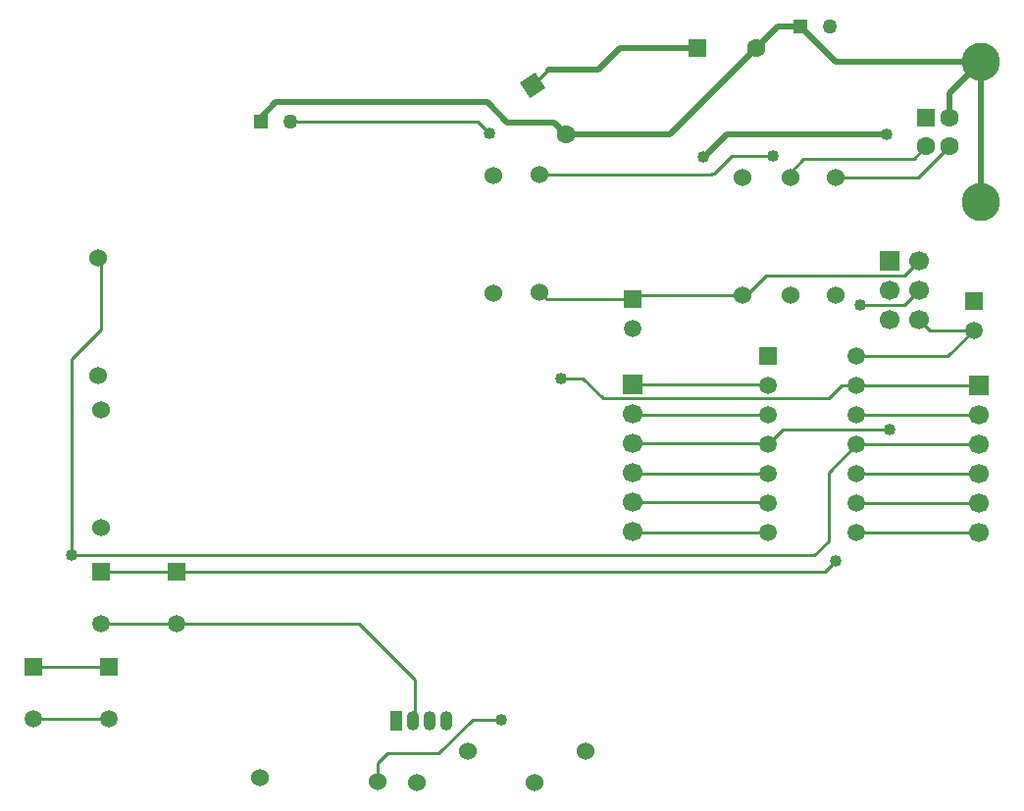
<source format=gbr>
G04 DipTrace 3.3.1.2*
G04 Bottom.gbr*
%MOIN*%
G04 #@! TF.FileFunction,Copper,L2,Bot*
G04 #@! TF.Part,Single*
%AMOUTLINE0*
4,1,4,
-0.008483,-0.043727,
-0.043727,0.008483,
0.008483,0.043727,
0.043727,-0.008483,
-0.008483,-0.043727,
0*%
G04 #@! TA.AperFunction,Conductor*
%ADD13C,0.01*%
%ADD14C,0.02*%
G04 #@! TA.AperFunction,ComponentPad*
%ADD17C,0.062992*%
%ADD18R,0.062992X0.062992*%
%ADD19C,0.05*%
%ADD20R,0.05X0.05*%
%ADD21O,0.041339X0.066929*%
%ADD22R,0.041339X0.066929*%
%ADD23R,0.059055X0.059055*%
%ADD24C,0.059055*%
%ADD25R,0.066929X0.066929*%
%ADD26C,0.066929*%
%ADD27C,0.062992*%
%ADD28C,0.129921*%
%ADD29C,0.06*%
%ADD30C,0.06*%
%ADD32C,0.059055*%
G04 #@! TA.AperFunction,ViaPad*
%ADD36C,0.04*%
G04 #@! TA.AperFunction,ComponentPad*
%ADD90OUTLINE0*%
%FSLAX26Y26*%
G04*
G70*
G90*
G75*
G01*
G04 Bottom*
%LPD*%
X2582381Y1806908D2*
D13*
X3038677D1*
X3043559Y1802026D1*
Y1702026D2*
X2587262D1*
X2582381Y1706908D1*
Y1606908D2*
X3038677D1*
X3043559Y1602026D1*
X3456005Y1652052D2*
X3093585D1*
X3043559Y1602026D1*
Y1502026D2*
X2587262D1*
X2582381Y1506908D1*
Y1406908D2*
X3038677D1*
X3043559Y1402026D1*
Y1302026D2*
X2587262D1*
X2582381Y1306908D1*
X3556005Y2127013D2*
Y2127003D1*
X3506010Y2077008D1*
X3356026D1*
X3759280Y1304381D2*
X3345913D1*
X3343559Y1302026D1*
X3759280Y1704381D2*
X3345913D1*
X3343559Y1702026D1*
X778230Y1170126D2*
X1034135D1*
X3238039D1*
X3273562Y1205648D1*
X3759280Y1604381D2*
X3345913D1*
X3343559Y1602026D1*
X546215Y846797D2*
X802121D1*
X678201Y1225524D2*
Y1893374D1*
X776459Y1991633D1*
Y2227648D1*
X768646Y2235462D1*
X678201Y1225524D2*
X3201892D1*
X3248820Y1272451D1*
Y1507287D1*
X3343559Y1602026D1*
Y1402026D2*
X3756925D1*
X3759280Y1404381D1*
X3343559Y1802026D2*
X3756925D1*
X3759280Y1804381D1*
X3343559Y1802026D2*
X3293833D1*
X3250098Y1758291D1*
X2482373D1*
X2412621Y1828043D1*
X2339433D1*
X802121Y669631D2*
X546215D1*
X778230Y992961D2*
X1034135D1*
X1653982D1*
X1845043Y801899D1*
Y670102D1*
X1837348Y662407D1*
X2583402Y2095776D2*
X2294205D1*
X2268697Y2121283D1*
X2958630Y2110008D2*
X2597634D1*
X2583402Y2095776D1*
X2802664Y2948499D2*
D14*
X2539134D1*
X2466084Y2875449D1*
X2297054D1*
D13*
X2243938Y2822332D1*
X2958630Y2110008D2*
X2970320D1*
X3037310Y2176997D1*
X3505990D1*
X3556005Y2227013D1*
X3343559Y1902026D2*
X3654560D1*
X3742146Y1989612D1*
X3766891Y2901976D2*
D14*
Y2427961D1*
X3660198Y2714181D2*
Y2795283D1*
X3766891Y2901976D1*
X3274843D1*
X3154762Y3022056D1*
X3076222D1*
X3002664Y2948499D1*
X2355836Y2656566D2*
X2710731D1*
X3002664Y2948499D1*
X1319734Y2698675D2*
Y2714177D1*
X1370528Y2764971D1*
X2089705D1*
X2158329Y2696346D1*
X2316055D1*
X2355836Y2656566D1*
X3742146Y1989612D2*
D13*
X3593407D1*
X3556005Y2027013D1*
X2268697Y2521283D2*
X2851963D1*
X2854165Y2523486D1*
X2858853D1*
X2920163Y2584795D1*
X3061731D1*
X1419734Y2698675D2*
X2055617D1*
X2095894Y2658398D1*
X3118954Y2511514D2*
X3103105D1*
X3165428Y2573837D1*
X3539539D1*
X3581458Y2615756D1*
X3273685Y2510887D2*
X3555329D1*
X3660198Y2615756D1*
X2823121Y2579235D2*
D14*
X2827769D1*
X2905303Y2656769D1*
X3447551D1*
X3343559Y1502026D2*
D13*
X3756925D1*
X3759280Y1504381D1*
X2135516Y667706D2*
X2040465D1*
X1924927Y552168D1*
X1749945D1*
X1718525Y520748D1*
Y457793D1*
D36*
X3456005Y1652052D3*
X3356026Y2077008D3*
X3273562Y1205648D3*
X678201Y1225524D3*
D3*
X2339433Y1828043D3*
X3061731Y2584795D3*
X2095894Y2658398D3*
X2823121Y2579235D3*
X3447551Y2656769D3*
X2135516Y667706D3*
D17*
X2355836Y2656566D3*
D90*
X2243938Y2822332D3*
D17*
X3002664Y2948499D3*
D18*
X2802664D3*
D19*
X3254762Y3022056D3*
D20*
X3154762D3*
D19*
X1419734Y2698675D3*
D20*
X1319734D3*
D21*
X1949848Y662407D3*
X1837348D3*
D22*
X1781098D3*
D21*
X1893598D3*
D23*
X2583402Y2095776D3*
D24*
Y1995776D3*
D23*
X3742146Y2089612D3*
D24*
Y1989612D3*
D25*
X3759280Y1804381D3*
D26*
Y1704381D3*
Y1604381D3*
Y1504381D3*
Y1404381D3*
Y1304381D3*
D25*
X2582381Y1806908D3*
D26*
Y1706908D3*
Y1606908D3*
Y1506908D3*
Y1406908D3*
Y1306908D3*
D18*
X3581458Y2714181D3*
D27*
Y2615756D3*
X3660198D3*
Y2714181D3*
D28*
X3766891Y2427961D3*
Y2901976D3*
D25*
X3456005Y2227013D3*
D26*
X3556005D3*
X3456005Y2127013D3*
X3556005D3*
X3456005Y2027013D3*
X3556005D3*
D29*
X2268697Y2121283D3*
D30*
Y2521283D3*
D29*
X2111915Y2116972D3*
D30*
Y2516972D3*
D29*
X768646Y2235462D3*
D30*
Y1835462D3*
D29*
X776289Y1720699D3*
D30*
Y1320699D3*
D29*
X2958630Y2110008D3*
D30*
Y2510008D3*
D29*
X3118954Y2511514D3*
D30*
Y2111514D3*
D29*
X3273685Y2510887D3*
D30*
Y2110887D3*
D29*
X2024916Y558417D3*
D30*
X2424916D3*
D29*
X1849934Y452178D3*
D30*
X2249934D3*
D29*
X1318740Y470927D3*
D30*
X1718525Y457793D3*
D23*
X778230Y1170126D3*
D32*
Y992961D3*
X1034135D3*
D23*
Y1170126D3*
X546215Y846797D3*
D32*
Y669631D3*
X802121D3*
D23*
Y846797D3*
X3043559Y1902026D3*
D24*
Y1802026D3*
Y1702026D3*
Y1602026D3*
Y1502026D3*
Y1402026D3*
Y1302026D3*
X3343559D3*
Y1402026D3*
Y1502026D3*
Y1602026D3*
Y1702026D3*
Y1802026D3*
Y1902026D3*
M02*

</source>
